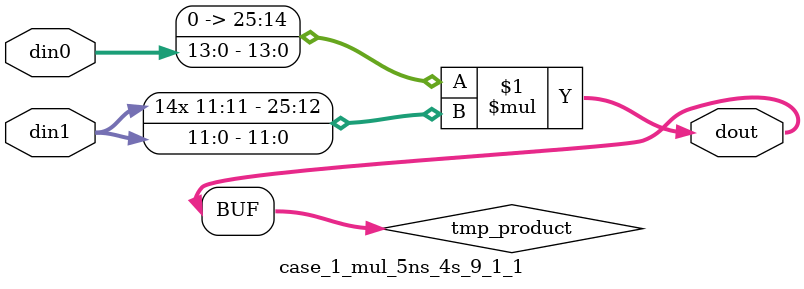
<source format=v>

`timescale 1 ns / 1 ps

 (* use_dsp = "no" *)  module case_1_mul_5ns_4s_9_1_1(din0, din1, dout);
parameter ID = 1;
parameter NUM_STAGE = 0;
parameter din0_WIDTH = 14;
parameter din1_WIDTH = 12;
parameter dout_WIDTH = 26;

input [din0_WIDTH - 1 : 0] din0; 
input [din1_WIDTH - 1 : 0] din1; 
output [dout_WIDTH - 1 : 0] dout;

wire signed [dout_WIDTH - 1 : 0] tmp_product;

























assign tmp_product = $signed({1'b0, din0}) * $signed(din1);










assign dout = tmp_product;





















endmodule

</source>
